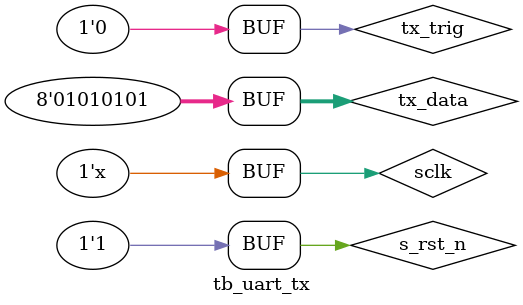
<source format=v>
`timescale 1ns/1ns
module tb_uart_tx();

reg sclk;
reg s_rst_n;
reg tx_trig;
reg [7:0] tx_data;
wire rs232_tx;//sim input
//initial begin
initial begin 
    sclk = 1;
    s_rst_n <= 0;
    #100
    s_rst_n <=1;
end
always #5 sclk = ~sclk; //10ns one clock cycle

initial begin 
    tx_data <= 8'd0;
    tx_trig <= 0;
    #200
    tx_trig <= 1'b1;
    tx_data <= 8'h55;
    #10
    tx_trig <= 1'b0;
end 


uart_tx uart_tx_inst(
        //system input
        .sclk(sclk),//systm clock
        .s_rst_n(s_rst_n),//system reset, nedegated vaild
        //uart interface
        .rs232_tx(rs232_tx),//uart tx

        .tx_trig(tx_trig),
        .tx_data(tx_data)
);    
endmodule
</source>
